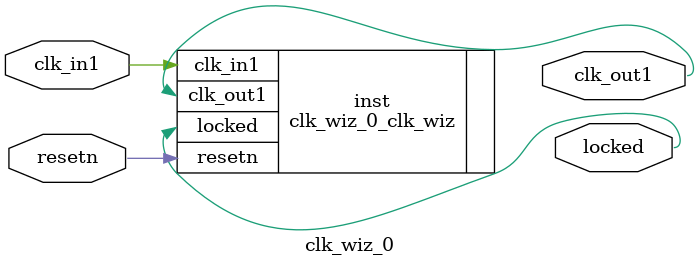
<source format=v>


`timescale 1ps/1ps

(* CORE_GENERATION_INFO = "clk_wiz_0,clk_wiz_v6_0_10_0_0,{component_name=clk_wiz_0,use_phase_alignment=true,use_min_o_jitter=false,use_max_i_jitter=false,use_dyn_phase_shift=false,use_inclk_switchover=false,use_dyn_reconfig=false,enable_axi=0,feedback_source=FDBK_AUTO,PRIMITIVE=MMCM,num_out_clk=1,clkin1_period=10.000,clkin2_period=10.000,use_power_down=false,use_reset=true,use_locked=true,use_inclk_stopped=false,feedback_type=SINGLE,CLOCK_MGR_TYPE=NA,manual_override=false}" *)

module clk_wiz_0 
 (
  // Clock out ports
  output        clk_out1,
  // Status and control signals
  input         resetn,
  output        locked,
 // Clock in ports
  input         clk_in1
 );

  clk_wiz_0_clk_wiz inst
  (
  // Clock out ports  
  .clk_out1(clk_out1),
  // Status and control signals               
  .resetn(resetn), 
  .locked(locked),
 // Clock in ports
  .clk_in1(clk_in1)
  );

endmodule

</source>
